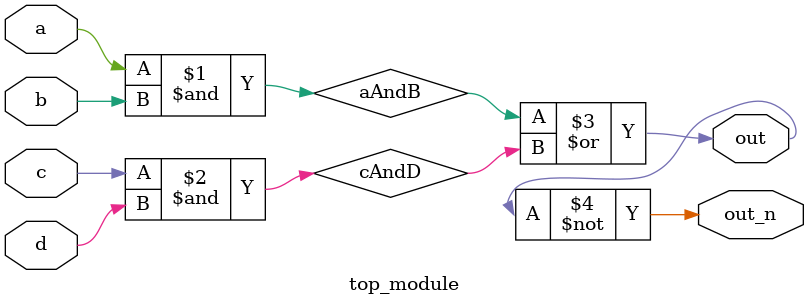
<source format=v>
`default_nettype none
module top_module(
    input a,
    input b,
    input c,
    input d,
    output out,
    output out_n   ); 

    wire aAndB;
    wire cAndD;

    assign aAndB = a & b;
    assign cAndD = c & d;
    assign out = aAndB | cAndD;
    assign out_n = ~out;
endmodule

</source>
